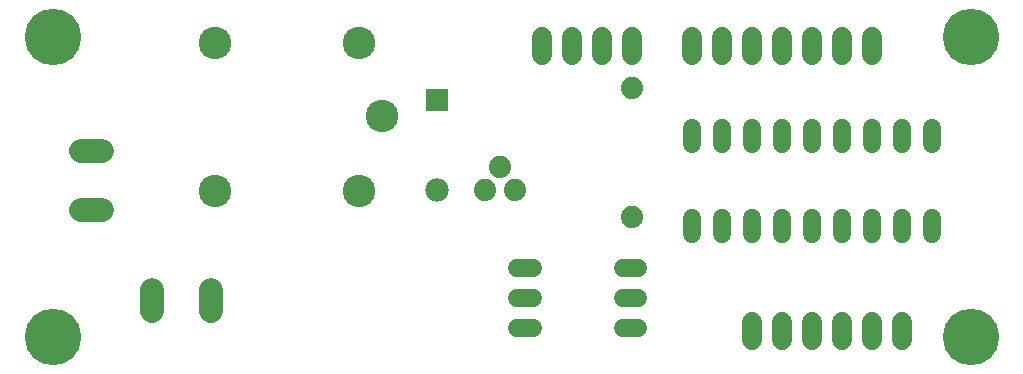
<source format=gbr>
G75*
G70*
%OFA0B0*%
%FSLAX24Y24*%
%IPPOS*%
%LPD*%
%AMOC8*
5,1,8,0,0,1.08239X$1,22.5*
%
%ADD10C,0.0600*%
%ADD11C,0.0785*%
%ADD12C,0.0680*%
%ADD13C,0.1080*%
%ADD14C,0.0740*%
%ADD15C,0.0780*%
%ADD16R,0.0780X0.0780*%
%ADD17C,0.1880*%
D10*
X016861Y001781D02*
X017381Y001781D01*
X017381Y002781D02*
X016861Y002781D01*
X016861Y003781D02*
X017381Y003781D01*
X020381Y003781D02*
X020901Y003781D01*
X020901Y002781D02*
X020381Y002781D01*
X020381Y001781D02*
X020901Y001781D01*
X022681Y004921D02*
X022681Y005441D01*
X023681Y005441D02*
X023681Y004921D01*
X024681Y004921D02*
X024681Y005441D01*
X025681Y005441D02*
X025681Y004921D01*
X026681Y004921D02*
X026681Y005441D01*
X027681Y005441D02*
X027681Y004921D01*
X028681Y004921D02*
X028681Y005441D01*
X029681Y005441D02*
X029681Y004921D01*
X030681Y004921D02*
X030681Y005441D01*
X030681Y007921D02*
X030681Y008441D01*
X029681Y008441D02*
X029681Y007921D01*
X028681Y007921D02*
X028681Y008441D01*
X027681Y008441D02*
X027681Y007921D01*
X026681Y007921D02*
X026681Y008441D01*
X025681Y008441D02*
X025681Y007921D01*
X024681Y007921D02*
X024681Y008441D01*
X023681Y008441D02*
X023681Y007921D01*
X022681Y007921D02*
X022681Y008441D01*
D11*
X006666Y003034D02*
X006666Y002329D01*
X004697Y002329D02*
X004697Y003034D01*
X003034Y005697D02*
X002329Y005697D01*
X002329Y007666D02*
X003034Y007666D01*
D12*
X017681Y010881D02*
X017681Y011481D01*
X018681Y011481D02*
X018681Y010881D01*
X019681Y010881D02*
X019681Y011481D01*
X020681Y011481D02*
X020681Y010881D01*
X022681Y010881D02*
X022681Y011481D01*
X023681Y011481D02*
X023681Y010881D01*
X024681Y010881D02*
X024681Y011481D01*
X025681Y011481D02*
X025681Y010881D01*
X026681Y010881D02*
X026681Y011481D01*
X027681Y011481D02*
X027681Y010881D01*
X028681Y010881D02*
X028681Y011481D01*
X028681Y001981D02*
X028681Y001381D01*
X027681Y001381D02*
X027681Y001981D01*
X026681Y001981D02*
X026681Y001381D01*
X025681Y001381D02*
X025681Y001981D01*
X024681Y001981D02*
X024681Y001381D01*
X029681Y001381D02*
X029681Y001981D01*
D13*
X012370Y008839D03*
X011583Y011280D03*
X006780Y011280D03*
X006780Y006359D03*
X011583Y006359D03*
D14*
X015781Y006381D03*
X016781Y006381D03*
X016281Y007131D03*
X020681Y005481D03*
X020681Y009781D03*
D15*
X014181Y006381D03*
D16*
X014181Y009381D03*
D17*
X001381Y001481D03*
X001381Y011481D03*
X031981Y011481D03*
X031981Y001481D03*
M02*

</source>
